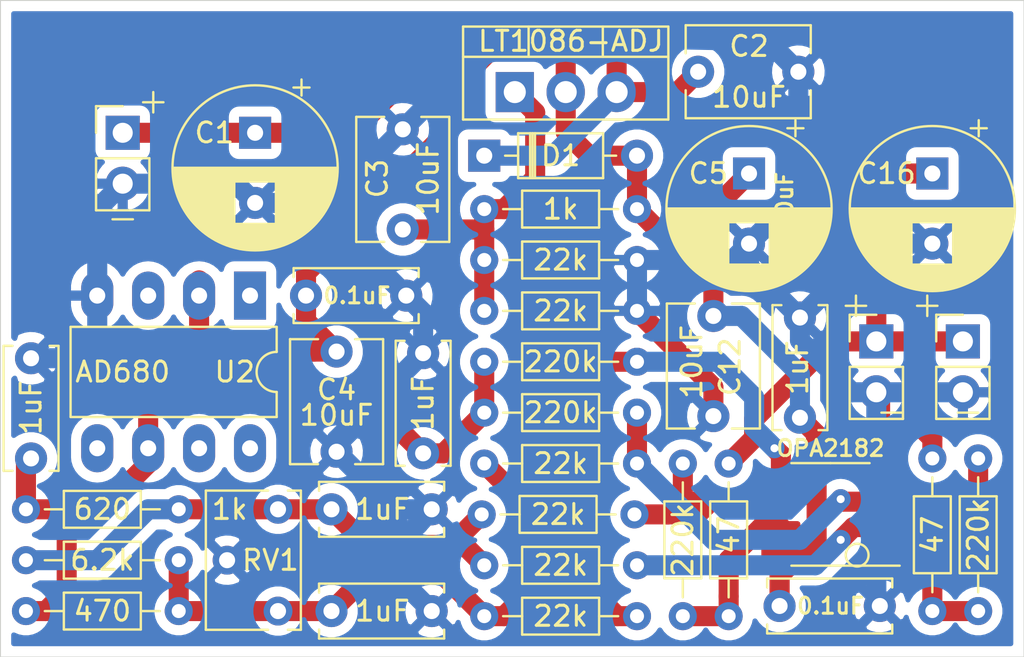
<source format=kicad_pcb>
(kicad_pcb (version 20171130) (host pcbnew "(5.1.5)-3")
  (layers (0 F.Cu signal) (31 B.Cu signal) (34 B.Paste user) (35 F.Paste user) (36 B.SilkS user) (37 F.SilkS user) (38 B.Mask user) (39 F.Mask user) (44 Edge.Cuts user))
  (net 0 "")
  (net 1 Earth)
  (net 2 /Vin)
  (net 3 /Lin_FB)
  (net 4 +15V)
  (net 5 /2V5)
  (net 6 /Vdiff-)
  (net 7 /Vdiff+)
  (net 8 /Vout)
  (net 9 /OpAmpA)
  (net 10 /OpAmpB)
  (net 11 "Net-(U2-Pad1)")
  (net 12 "Net-(U2-Pad5)")
  (net 13 "Net-(U2-Pad3)")
  (net 14 "Net-(U2-Pad7)")
  (net 15 "Net-(U2-Pad8)")
  (net 16 "Net-(R7-Pad1)")
  (net 17 "Net-(R10-Pad1)")
  (net 18 "Net-(R12-Pad1)")
  (net 19 "Net-(R14-Pad1)")
  (module Capacitor_THT:C_Disc_D6.0mm_W2.5mm_P5.00mm (layer F.Cu) (at 166.37 112.268 90)
    (fp_text reference C11 hide)
    (fp_text value 1uF (at 2.5 -0.115001 90) (layer F.SilkS))
    (pad 1 thru_hole circle (at 0 0 90) (size 1.6 1.6) (drill 0.8) (layers *.Cu *.Mask) (net 4 +15V))
    (pad 2 thru_hole circle (at 5 0 90) (size 1.6 1.6) (drill 0.8) (layers *.Cu *.Mask) (net 1 Earth))
  )
  (module Capacitor_THT:C_Disc_D6.0mm_W4.4mm_P5.00mm (layer F.Cu) (at 146.558 102.87 90)
    (fp_text reference C3 (at 2.54 -1.27 90) (layer F.SilkS))
    (fp_text value 10uF (at 2.54 1.27 90) (layer F.SilkS))
    (pad 2 thru_hole circle (at 5 0 90) (size 1.6 1.6) (drill 0.8) (layers *.Cu *.Mask) (net 1 Earth))
    (pad 1 thru_hole circle (at 0 0 90) (size 1.6 1.6) (drill 0.8) (layers *.Cu *.Mask) (net 3 /Lin_FB))
  )
  (module Capacitor_THT:CP_Radial_D8.0mm_P3.50mm (layer F.Cu) (at 139.192 98.044 270)
    (fp_text reference C1 (at 0 2.032) (layer F.SilkS))
    (fp_text value 100uF hide)
    (pad 2 thru_hole circle (at 3.5 0 270) (size 1.6 1.6) (drill 0.8) (layers *.Cu *.Mask) (net 1 Earth))
    (pad 1 thru_hole rect (at 0 0 270) (size 1.6 1.6) (drill 0.8) (layers *.Cu *.Mask) (net 2 /Vin))
  )
  (module Connector_PinHeader_2.54mm:PinHeader_1x02_P2.54mm_Vertical (layer F.Cu) (at 132.588 98.044)
    (fp_text reference J1 hide)
    (fp_text value Conn_M hide)
    (pad 1 thru_hole rect (at 0 0) (size 1.7 1.7) (drill 1) (layers *.Cu *.Mask) (net 2 /Vin))
    (pad 2 thru_hole oval (at 0 2.54) (size 1.7 1.7) (drill 1) (layers *.Cu *.Mask) (net 1 Earth))
  )
  (module Package_SO:SOIC-8_3.9x4.9mm_P1.27mm (layer F.Cu) (at 167.894 117.094 180)
    (fp_text reference U3 hide)
    (fp_text value OPA2182 (at 0 3.302) (layer F.SilkS) (effects (font (size 0.8 0.8))))
    (pad 1 smd roundrect (at -2.475 -1.905 180) (size 1.95 0.6) (layers F.Cu F.Paste F.Mask) (net 9 /OpAmpA))
    (pad 2 smd roundrect (at -2.475 -0.635 180) (size 1.95 0.6) (layers F.Cu F.Paste F.Mask) (net 16 "Net-(R7-Pad1)"))
    (pad 3 smd roundrect (at -2.475 0.635 180) (size 1.95 0.6) (layers F.Cu F.Paste F.Mask) (net 17 "Net-(R10-Pad1)"))
    (pad 4 smd roundrect (at -2.475 1.905 180) (size 1.95 0.6) (layers F.Cu F.Paste F.Mask) (net 1 Earth))
    (pad 5 smd roundrect (at 2.475 1.905 180) (size 1.95 0.6) (layers F.Cu F.Paste F.Mask) (net 19 "Net-(R14-Pad1)"))
    (pad 6 smd roundrect (at 2.475 0.635 180) (size 1.95 0.6) (layers F.Cu F.Paste F.Mask) (net 18 "Net-(R12-Pad1)"))
    (pad 7 smd roundrect (at 2.475 -0.635 180) (size 1.95 0.6) (layers F.Cu F.Paste F.Mask) (net 10 /OpAmpB))
    (pad 8 smd roundrect (at 2.475 -1.905 180) (size 1.95 0.6) (layers F.Cu F.Paste F.Mask) (net 4 +15V))
  )
  (module Resistor_THT:R_Axial_DIN0204_L3.6mm_D1.6mm_P7.62mm_Horizontal (layer F.Cu) (at 160.528 122.174 90)
    (fp_text reference R13 hide)
    (fp_text value 220k (at 3.81 0 90) (layer F.SilkS))
    (pad 2 thru_hole oval (at 7.62 0 90) (size 1.4 1.4) (drill 0.7) (layers *.Cu *.Mask) (net 18 "Net-(R12-Pad1)"))
    (pad 1 thru_hole circle (at 0 0 90) (size 1.4 1.4) (drill 0.7) (layers *.Cu *.Mask) (net 10 /OpAmpB))
  )
  (module Capacitor_THT:C_Disc_D6.0mm_W4.4mm_P5.00mm (layer F.Cu) (at 161.29 94.996)
    (fp_text reference C2 (at 2.54 -1.27) (layer F.SilkS))
    (fp_text value 10uF (at 2.54 1.27) (layer F.SilkS))
    (pad 2 thru_hole circle (at 5 0) (size 1.6 1.6) (drill 0.8) (layers *.Cu *.Mask) (net 1 Earth))
    (pad 1 thru_hole circle (at 0 0) (size 1.6 1.6) (drill 0.8) (layers *.Cu *.Mask) (net 2 /Vin))
  )
  (module Capacitor_THT:C_Disc_D6.0mm_W4.4mm_P5.00mm (layer F.Cu) (at 143.256 108.966 270)
    (fp_text reference C4 (at 1.905 0 180) (layer F.SilkS))
    (fp_text value 10uF (at 3.175 0 180) (layer F.SilkS))
    (pad 1 thru_hole circle (at 0 0 270) (size 1.6 1.6) (drill 0.8) (layers *.Cu *.Mask) (net 4 +15V))
    (pad 2 thru_hole circle (at 5 0 270) (size 1.6 1.6) (drill 0.8) (layers *.Cu *.Mask) (net 1 Earth))
  )
  (module Capacitor_THT:CP_Radial_D8.0mm_P3.50mm (layer F.Cu) (at 163.83 100.076 270)
    (fp_text reference C5 (at 0 2.032 180) (layer F.SilkS))
    (fp_text value 100uF (at 1.778 -1.778 90) (layer F.SilkS) (effects (font (size 0.8 0.8))))
    (pad 1 thru_hole rect (at 0 0 270) (size 1.6 1.6) (drill 0.8) (layers *.Cu *.Mask) (net 4 +15V))
    (pad 2 thru_hole circle (at 3.5 0 270) (size 1.6 1.6) (drill 0.8) (layers *.Cu *.Mask) (net 1 Earth))
  )
  (module Capacitor_THT:C_Disc_D6.0mm_W2.5mm_P5.00mm (layer F.Cu) (at 128.016 114.3 90)
    (fp_text reference C7 hide)
    (fp_text value 1uF (at 2.54 0 90) (layer F.SilkS))
    (pad 2 thru_hole circle (at 5 0 90) (size 1.6 1.6) (drill 0.8) (layers *.Cu *.Mask) (net 1 Earth))
    (pad 1 thru_hole circle (at 0 0 90) (size 1.6 1.6) (drill 0.8) (layers *.Cu *.Mask) (net 5 /2V5))
  )
  (module Capacitor_THT:C_Disc_D6.0mm_W2.5mm_P5.00mm (layer F.Cu) (at 143.002 116.84)
    (fp_text reference C8 hide)
    (fp_text value 1uF (at 2.54 0) (layer F.SilkS))
    (pad 1 thru_hole circle (at 0 0) (size 1.6 1.6) (drill 0.8) (layers *.Cu *.Mask) (net 6 /Vdiff-))
    (pad 2 thru_hole circle (at 5 0) (size 1.6 1.6) (drill 0.8) (layers *.Cu *.Mask) (net 1 Earth))
  )
  (module Capacitor_THT:C_Disc_D6.0mm_W2.5mm_P5.00mm (layer F.Cu) (at 143.002 121.92)
    (fp_text reference C9 hide)
    (fp_text value 1uF (at 2.54 0) (layer F.SilkS))
    (pad 2 thru_hole circle (at 5 0) (size 1.6 1.6) (drill 0.8) (layers *.Cu *.Mask) (net 1 Earth))
    (pad 1 thru_hole circle (at 0 0) (size 1.6 1.6) (drill 0.8) (layers *.Cu *.Mask) (net 7 /Vdiff+))
  )
  (module Capacitor_THT:C_Disc_D6.0mm_W4.4mm_P5.00mm (layer F.Cu) (at 162.052 107.188 270)
    (fp_text reference C12 (at 2.54 -0.830001 90) (layer F.SilkS))
    (fp_text value 10uF (at 2.286 1.074999 90) (layer F.SilkS))
    (pad 1 thru_hole circle (at 0 0 270) (size 1.6 1.6) (drill 0.8) (layers *.Cu *.Mask) (net 4 +15V))
    (pad 2 thru_hole circle (at 5 0 270) (size 1.6 1.6) (drill 0.8) (layers *.Cu *.Mask) (net 1 Earth))
  )
  (module Capacitor_THT:CP_Radial_D8.0mm_P3.50mm (layer F.Cu) (at 172.974 100.076 270)
    (fp_text reference C16 (at 0 2.286 180) (layer F.SilkS))
    (fp_text value 100uF hide)
    (pad 1 thru_hole rect (at 0 0 270) (size 1.6 1.6) (drill 0.8) (layers *.Cu *.Mask) (net 8 /Vout))
    (pad 2 thru_hole circle (at 3.5 0 270) (size 1.6 1.6) (drill 0.8) (layers *.Cu *.Mask) (net 1 Earth))
  )
  (module Diode_THT:D_DO-35_SOD27_P7.62mm_Horizontal (layer F.Cu) (at 150.622 99.187)
    (fp_text reference D1 (at 3.81 0) (layer F.SilkS))
    (fp_text value BAY73 hide)
    (pad 1 thru_hole rect (at 0 0) (size 1.6 1.6) (drill 0.8) (layers *.Cu *.Mask) (net 2 /Vin))
    (pad 2 thru_hole oval (at 7.62 0) (size 1.6 1.6) (drill 0.8) (layers *.Cu *.Mask) (net 4 +15V))
  )
  (module Potentiometer_THT:Potentiometer_Bourns_3266W_Vertical (layer F.Cu) (at 140.335 121.92 270)
    (fp_text reference RV1 (at -2.54 0.381 180) (layer F.SilkS))
    (fp_text value 1k (at -5.08 2.413 180) (layer F.SilkS))
    (pad 1 thru_hole circle (at 0 0 270) (size 1.44 1.44) (drill 0.8) (layers *.Cu *.Mask) (net 7 /Vdiff+))
    (pad 2 thru_hole circle (at -2.54 2.54 270) (size 1.44 1.44) (drill 0.8) (layers *.Cu *.Mask) (net 1 Earth))
    (pad 3 thru_hole circle (at -5.08 0 270) (size 1.44 1.44) (drill 0.8) (layers *.Cu *.Mask) (net 6 /Vdiff-))
  )
  (module Package_TO_SOT_THT:TO-220-3_Vertical (layer F.Cu) (at 152.146 96.012)
    (fp_text reference U1 hide)
    (fp_text value LT1086-ADJ (at 2.794 -2.54) (layer F.SilkS))
    (pad 1 thru_hole rect (at 0 0) (size 1.905 2) (drill 1.1) (layers *.Cu *.Mask) (net 3 /Lin_FB))
    (pad 2 thru_hole oval (at 2.54 0) (size 1.905 2) (drill 1.1) (layers *.Cu *.Mask) (net 4 +15V))
    (pad 3 thru_hole oval (at 5.08 0) (size 1.905 2) (drill 1.1) (layers *.Cu *.Mask) (net 2 /Vin))
  )
  (module Package_DIP:DIP-8_W7.62mm_LongPads (layer F.Cu) (at 138.938 106.172 270)
    (fp_text reference U2 (at 3.81 0.762) (layer F.SilkS))
    (fp_text value AD680 (at 3.81 6.35 180) (layer F.SilkS))
    (pad 1 thru_hole rect (at 0 0 270) (size 2.4 1.6) (drill 0.8) (layers *.Cu *.Mask) (net 11 "Net-(U2-Pad1)"))
    (pad 5 thru_hole oval (at 7.62 7.62 270) (size 2.4 1.6) (drill 0.8) (layers *.Cu *.Mask) (net 12 "Net-(U2-Pad5)"))
    (pad 2 thru_hole oval (at 0 2.54 270) (size 2.4 1.6) (drill 0.8) (layers *.Cu *.Mask) (net 4 +15V))
    (pad 6 thru_hole oval (at 7.62 5.08 270) (size 2.4 1.6) (drill 0.8) (layers *.Cu *.Mask) (net 5 /2V5))
    (pad 3 thru_hole oval (at 0 5.08 270) (size 2.4 1.6) (drill 0.8) (layers *.Cu *.Mask) (net 13 "Net-(U2-Pad3)"))
    (pad 7 thru_hole oval (at 7.62 2.54 270) (size 2.4 1.6) (drill 0.8) (layers *.Cu *.Mask) (net 14 "Net-(U2-Pad7)"))
    (pad 4 thru_hole oval (at 0 7.62 270) (size 2.4 1.6) (drill 0.8) (layers *.Cu *.Mask) (net 1 Earth))
    (pad 8 thru_hole oval (at 7.62 0 270) (size 2.4 1.6) (drill 0.8) (layers *.Cu *.Mask) (net 15 "Net-(U2-Pad8)"))
  )
  (module Connector_PinHeader_2.54mm:PinHeader_1x02_P2.54mm_Vertical (layer F.Cu) (at 170.18 108.458)
    (fp_text reference J2 hide)
    (fp_text value Conn_M hide)
    (pad 1 thru_hole rect (at 0 0) (size 1.7 1.7) (drill 1) (layers *.Cu *.Mask) (net 8 /Vout))
    (pad 2 thru_hole oval (at 0 2.54) (size 1.7 1.7) (drill 1) (layers *.Cu *.Mask) (net 1 Earth))
  )
  (module Capacitor_THT:C_Disc_D6.0mm_W2.5mm_P5.00mm (layer F.Cu) (at 147.574 114.046 90)
    (fp_text reference C13 hide)
    (fp_text value 1uF (at 2.5 0 90) (layer F.SilkS))
    (pad 1 thru_hole circle (at 0 0 90) (size 1.6 1.6) (drill 0.8) (layers *.Cu *.Mask) (net 5 /2V5))
    (pad 2 thru_hole circle (at 5 0 90) (size 1.6 1.6) (drill 0.8) (layers *.Cu *.Mask) (net 1 Earth))
  )
  (module Connector_PinHeader_2.54mm:PinHeader_1x02_P2.54mm_Vertical (layer F.Cu) (at 174.498 108.458)
    (fp_text reference J3 hide)
    (fp_text value Conn_M hide)
    (pad 1 thru_hole rect (at 0 0) (size 1.7 1.7) (drill 1) (layers *.Cu *.Mask) (net 8 /Vout))
    (pad 2 thru_hole oval (at 0 2.54) (size 1.7 1.7) (drill 1) (layers *.Cu *.Mask) (net 1 Earth))
  )
  (module Capacitor_THT:C_Disc_D6.0mm_W2.5mm_P5.00mm (layer F.Cu) (at 141.732 106.172)
    (fp_text reference C6 hide)
    (fp_text value 0.1uF (at 2.54 0) (layer F.SilkS) (effects (font (size 0.8 0.8))))
    (pad 2 thru_hole circle (at 5 0) (size 1.6 1.6) (drill 0.8) (layers *.Cu *.Mask) (net 1 Earth))
    (pad 1 thru_hole circle (at 0 0) (size 1.6 1.6) (drill 0.8) (layers *.Cu *.Mask) (net 4 +15V))
  )
  (module Capacitor_THT:C_Disc_D6.0mm_W2.5mm_P5.00mm (layer F.Cu) (at 165.354 121.666)
    (fp_text reference C10 hide)
    (fp_text value 0.1uF (at 2.54 0) (layer F.SilkS) (effects (font (size 0.8 0.8))))
    (pad 1 thru_hole circle (at 0 0) (size 1.6 1.6) (drill 0.8) (layers *.Cu *.Mask) (net 4 +15V))
    (pad 2 thru_hole circle (at 5 0) (size 1.6 1.6) (drill 0.8) (layers *.Cu *.Mask) (net 1 Earth))
  )
  (module Resistor_THT:R_Axial_DIN0204_L3.6mm_D1.6mm_P7.62mm_Horizontal (layer F.Cu) (at 158.242 101.854 180)
    (fp_text reference R1 hide)
    (fp_text value 1k (at 3.81 0) (layer F.SilkS))
    (pad 2 thru_hole oval (at 7.62 0 180) (size 1.4 1.4) (drill 0.7) (layers *.Cu *.Mask) (net 3 /Lin_FB))
    (pad 1 thru_hole circle (at 0 0 180) (size 1.4 1.4) (drill 0.7) (layers *.Cu *.Mask) (net 4 +15V))
  )
  (module Resistor_THT:R_Axial_DIN0204_L3.6mm_D1.6mm_P7.62mm_Horizontal (layer F.Cu) (at 150.622 104.394)
    (fp_text reference R2 hide)
    (fp_text value 22k (at 3.81 0) (layer F.SilkS))
    (pad 2 thru_hole oval (at 7.62 0) (size 1.4 1.4) (drill 0.7) (layers *.Cu *.Mask) (net 1 Earth))
    (pad 1 thru_hole circle (at 0 0) (size 1.4 1.4) (drill 0.7) (layers *.Cu *.Mask) (net 3 /Lin_FB))
  )
  (module Resistor_THT:R_Axial_DIN0204_L3.6mm_D1.6mm_P7.62mm_Horizontal (layer F.Cu) (at 150.622 106.934)
    (fp_text reference R3 hide)
    (fp_text value 22k (at 3.81 0) (layer F.SilkS))
    (pad 1 thru_hole circle (at 0 0) (size 1.4 1.4) (drill 0.7) (layers *.Cu *.Mask) (net 3 /Lin_FB))
    (pad 2 thru_hole oval (at 7.62 0) (size 1.4 1.4) (drill 0.7) (layers *.Cu *.Mask) (net 1 Earth))
  )
  (module Resistor_THT:R_Axial_DIN0204_L3.6mm_D1.6mm_P7.62mm_Horizontal (layer F.Cu) (at 127.762 116.84)
    (fp_text reference R4 hide)
    (fp_text value 6.2k (at 3.81 2.54) (layer F.SilkS))
    (pad 1 thru_hole circle (at 0 0) (size 1.4 1.4) (drill 0.7) (layers *.Cu *.Mask) (net 5 /2V5))
    (pad 2 thru_hole oval (at 7.62 0) (size 1.4 1.4) (drill 0.7) (layers *.Cu *.Mask) (net 6 /Vdiff-))
  )
  (module Resistor_THT:R_Axial_DIN0204_L3.6mm_D1.6mm_P7.62mm_Horizontal (layer F.Cu) (at 127.762 121.92)
    (fp_text reference R5 hide)
    (fp_text value 470 (at 3.81 0) (layer F.SilkS))
    (pad 2 thru_hole oval (at 7.62 0) (size 1.4 1.4) (drill 0.7) (layers *.Cu *.Mask) (net 7 /Vdiff+))
    (pad 1 thru_hole circle (at 0 0) (size 1.4 1.4) (drill 0.7) (layers *.Cu *.Mask) (net 5 /2V5))
  )
  (module Resistor_THT:R_Axial_DIN0204_L3.6mm_D1.6mm_P7.62mm_Horizontal (layer F.Cu) (at 135.382 119.38 180)
    (fp_text reference R6 hide)
    (fp_text value 620 (at 3.81 2.54) (layer F.SilkS))
    (pad 1 thru_hole circle (at 0 0 180) (size 1.4 1.4) (drill 0.7) (layers *.Cu *.Mask) (net 7 /Vdiff+))
    (pad 2 thru_hole oval (at 7.62 0 180) (size 1.4 1.4) (drill 0.7) (layers *.Cu *.Mask) (net 6 /Vdiff-))
  )
  (module Resistor_THT:R_Axial_DIN0204_L3.6mm_D1.6mm_P7.62mm_Horizontal (layer F.Cu) (at 158.242 119.634 180)
    (fp_text reference R7 hide)
    (fp_text value 22k (at 3.81 0) (layer F.SilkS))
    (pad 1 thru_hole circle (at 0 0 180) (size 1.4 1.4) (drill 0.7) (layers *.Cu *.Mask) (net 16 "Net-(R7-Pad1)"))
    (pad 2 thru_hole oval (at 7.62 0 180) (size 1.4 1.4) (drill 0.7) (layers *.Cu *.Mask) (net 6 /Vdiff-))
  )
  (module Resistor_THT:R_Axial_DIN0204_L3.6mm_D1.6mm_P7.62mm_Horizontal (layer F.Cu) (at 175.26 121.92 90)
    (fp_text reference R8 hide)
    (fp_text value 220k (at 3.81 0 90) (layer F.SilkS))
    (pad 2 thru_hole oval (at 7.62 0 90) (size 1.4 1.4) (drill 0.7) (layers *.Cu *.Mask) (net 16 "Net-(R7-Pad1)"))
    (pad 1 thru_hole circle (at 0 0 90) (size 1.4 1.4) (drill 0.7) (layers *.Cu *.Mask) (net 9 /OpAmpA))
  )
  (module Resistor_THT:R_Axial_DIN0204_L3.6mm_D1.6mm_P7.62mm_Horizontal (layer F.Cu) (at 158.242 114.554 180)
    (fp_text reference R9 hide)
    (fp_text value 22k (at 3.81 0) (layer F.SilkS))
    (pad 2 thru_hole oval (at 7.62 0 180) (size 1.4 1.4) (drill 0.7) (layers *.Cu *.Mask) (net 7 /Vdiff+))
    (pad 1 thru_hole circle (at 0 0 180) (size 1.4 1.4) (drill 0.7) (layers *.Cu *.Mask) (net 17 "Net-(R10-Pad1)"))
  )
  (module Resistor_THT:R_Axial_DIN0204_L3.6mm_D1.6mm_P7.62mm_Horizontal (layer F.Cu) (at 158.242 112.014 180)
    (fp_text reference R10 hide)
    (fp_text value 220k (at 3.81 0) (layer F.SilkS))
    (pad 1 thru_hole circle (at 0 0 180) (size 1.4 1.4) (drill 0.7) (layers *.Cu *.Mask) (net 17 "Net-(R10-Pad1)"))
    (pad 2 thru_hole oval (at 7.62 0 180) (size 1.4 1.4) (drill 0.7) (layers *.Cu *.Mask) (net 5 /2V5))
  )
  (module Resistor_THT:R_Axial_DIN0204_L3.6mm_D1.6mm_P7.62mm_Horizontal (layer F.Cu) (at 172.974 114.3 270)
    (fp_text reference R11 hide)
    (fp_text value 47 (at 3.81 0 90) (layer F.SilkS))
    (pad 2 thru_hole oval (at 7.62 0 270) (size 1.4 1.4) (drill 0.7) (layers *.Cu *.Mask) (net 9 /OpAmpA))
    (pad 1 thru_hole circle (at 0 0 270) (size 1.4 1.4) (drill 0.7) (layers *.Cu *.Mask) (net 8 /Vout))
  )
  (module Resistor_THT:R_Axial_DIN0204_L3.6mm_D1.6mm_P7.62mm_Horizontal (layer F.Cu) (at 158.115 117.094 180)
    (fp_text reference R12 hide)
    (fp_text value 22k (at 3.81 0) (layer F.SilkS))
    (pad 1 thru_hole circle (at 0 0 180) (size 1.4 1.4) (drill 0.7) (layers *.Cu *.Mask) (net 18 "Net-(R12-Pad1)"))
    (pad 2 thru_hole oval (at 7.62 0 180) (size 1.4 1.4) (drill 0.7) (layers *.Cu *.Mask) (net 6 /Vdiff-))
  )
  (module Resistor_THT:R_Axial_DIN0204_L3.6mm_D1.6mm_P7.62mm_Horizontal (layer F.Cu) (at 158.242 122.174 180)
    (fp_text reference R14 hide)
    (fp_text value 22k (at 3.81 0) (layer F.SilkS))
    (pad 1 thru_hole circle (at 0 0 180) (size 1.4 1.4) (drill 0.7) (layers *.Cu *.Mask) (net 19 "Net-(R14-Pad1)"))
    (pad 2 thru_hole oval (at 7.62 0 180) (size 1.4 1.4) (drill 0.7) (layers *.Cu *.Mask) (net 7 /Vdiff+))
  )
  (module Resistor_THT:R_Axial_DIN0204_L3.6mm_D1.6mm_P7.62mm_Horizontal (layer F.Cu) (at 158.242 109.474 180)
    (fp_text reference R15 hide)
    (fp_text value 220k (at 3.81 0) (layer F.SilkS))
    (pad 2 thru_hole oval (at 7.62 0 180) (size 1.4 1.4) (drill 0.7) (layers *.Cu *.Mask) (net 5 /2V5))
    (pad 1 thru_hole circle (at 0 0 180) (size 1.4 1.4) (drill 0.7) (layers *.Cu *.Mask) (net 19 "Net-(R14-Pad1)"))
  )
  (module Resistor_THT:R_Axial_DIN0204_L3.6mm_D1.6mm_P7.62mm_Horizontal (layer F.Cu) (at 162.814 114.554 270)
    (fp_text reference R16 hide)
    (fp_text value 47 (at 3.556 0 90) (layer F.SilkS))
    (pad 1 thru_hole circle (at 0 0 270) (size 1.4 1.4) (drill 0.7) (layers *.Cu *.Mask) (net 8 /Vout))
    (pad 2 thru_hole oval (at 7.62 0 270) (size 1.4 1.4) (drill 0.7) (layers *.Cu *.Mask) (net 10 /OpAmpB))
  )
  (gr_line (start 177.546 124.206) (end 177.546 123.19) (layer Edge.Cuts) (width 0.05))
  (gr_line (start 126.492 124.206) (end 177.546 124.206) (layer Edge.Cuts) (width 0.05))
  (gr_line (start 126.492 123.19) (end 126.492 124.206) (layer Edge.Cuts) (width 0.05))
  (gr_line (start 177.546 91.44) (end 177.546 123.19) (layer Edge.Cuts) (width 0.05))
  (gr_line (start 126.492 91.44) (end 177.546 91.44) (layer Edge.Cuts) (width 0.05))
  (gr_line (start 126.492 95.504) (end 126.492 91.44) (layer Edge.Cuts) (width 0.05))
  (gr_line (start 126.492 123.19) (end 126.492 95.504) (layer Edge.Cuts) (width 0.05))
  (gr_line (start 132.08 102.362) (end 133.096 102.362) (layer F.SilkS) (width 0.12))
  (gr_line (start 134.112 96.012) (end 134.112 97.028) (layer F.SilkS) (width 0.12))
  (gr_line (start 133.604 96.52) (end 134.62 96.52) (layer F.SilkS) (width 0.12))
  (gr_circle (center 169.223961 119.126) (end 169.477961 119.634) (layer F.SilkS) (width 0.12))
  (gr_line (start 171.45 112.014) (end 170.434 112.014) (layer F.SilkS) (width 0.12))
  (gr_line (start 175.26 112.014) (end 174.244 112.014) (layer F.SilkS) (width 0.12))
  (gr_line (start 168.656 106.68) (end 169.672 106.68) (layer F.SilkS) (width 0.12))
  (gr_line (start 169.164 106.172) (end 169.164 107.188) (layer F.SilkS) (width 0.12))
  (gr_line (start 172.212 106.68) (end 173.228 106.68) (layer F.SilkS) (width 0.12))
  (gr_line (start 172.72 106.172) (end 172.72 107.188) (layer F.SilkS) (width 0.12))
  (segment (start 131.318 106.172) (end 131.318 105.49) (width 1) (layer B.Cu) (net 1))
  (segment (start 145.462 119.38) (end 148.002 121.92) (width 1) (layer B.Cu) (net 1))
  (segment (start 137.795 119.38) (end 145.462 119.38) (width 1) (layer B.Cu) (net 1))
  (segment (start 130.39 109.3) (end 131.318 108.372) (width 1) (layer B.Cu) (net 1))
  (segment (start 129.366 109.3) (end 130.39 109.3) (width 1) (layer B.Cu) (net 1))
  (segment (start 128.016 109.3) (end 129.366 109.3) (width 1) (layer B.Cu) (net 1))
  (segment (start 131.318 108.372) (end 131.318 106.172) (width 1) (layer B.Cu) (net 1))
  (segment (start 147.32 117.014) (end 147.32 117.602) (width 1) (layer B.Cu) (net 1))
  (segment (start 145.462 119.38) (end 147.32 117.602) (width 1) (layer B.Cu) (net 1))
  (segment (start 147.32 117.602) (end 148.002 116.84) (width 1) (layer B.Cu) (net 1))
  (segment (start 139.192 101.544) (end 140.32337 101.544) (width 1) (layer B.Cu) (net 1))
  (segment (start 132.588 100.584) (end 138.232 100.584) (width 1) (layer B.Cu) (net 1))
  (segment (start 138.232 100.584) (end 139.192 101.544) (width 1) (layer B.Cu) (net 1))
  (segment (start 142.884 101.544) (end 146.558 97.87) (width 1) (layer B.Cu) (net 1))
  (segment (start 139.192 101.544) (end 142.884 101.544) (width 1) (layer B.Cu) (net 1))
  (segment (start 164.766 93.472) (end 166.29 94.996) (width 1) (layer B.Cu) (net 1))
  (segment (start 152.654 93.218) (end 164.766 93.472) (width 1) (layer B.Cu) (net 1))
  (segment (start 151.21 93.218) (end 152.654 93.218) (width 1) (layer B.Cu) (net 1))
  (segment (start 146.558 97.87) (end 151.21 93.218) (width 1) (layer B.Cu) (net 1))
  (segment (start 170.369 111.187) (end 170.18 110.998) (width 1) (layer F.Cu) (net 1))
  (segment (start 170.369 115.189) (end 170.369 111.187) (width 1) (layer F.Cu) (net 1))
  (segment (start 170.18 110.998) (end 174.498 110.998) (width 1) (layer B.Cu) (net 1))
  (segment (start 170.18 121.492) (end 170.354 121.666) (width 1) (layer B.Cu) (net 1))
  (segment (start 170.18 110.998) (end 170.18 121.492) (width 1) (layer B.Cu) (net 1))
  (segment (start 143.256 113.364) (end 147.574 109.046) (width 1) (layer B.Cu) (net 1))
  (segment (start 143.256 113.966) (end 143.256 113.364) (width 1) (layer B.Cu) (net 1))
  (segment (start 147.574 107.014) (end 146.732 106.172) (width 1) (layer B.Cu) (net 1))
  (segment (start 147.574 109.046) (end 147.574 107.014) (width 1) (layer B.Cu) (net 1))
  (segment (start 142.104 101.544) (end 139.192 101.544) (width 1) (layer B.Cu) (net 1))
  (segment (start 146.732 106.172) (end 142.104 101.544) (width 1) (layer B.Cu) (net 1))
  (segment (start 158.242 104.394) (end 158.242 106.934) (width 1) (layer B.Cu) (net 1))
  (segment (start 163.83 104.728) (end 166.37 107.268) (width 1) (layer B.Cu) (net 1))
  (segment (start 163.83 103.576) (end 163.83 104.728) (width 1) (layer B.Cu) (net 1))
  (segment (start 170.062 103.576) (end 166.37 107.268) (width 1) (layer B.Cu) (net 1))
  (segment (start 172.974 103.576) (end 170.062 103.576) (width 1) (layer B.Cu) (net 1))
  (segment (start 163.012 104.394) (end 163.83 103.576) (width 1) (layer B.Cu) (net 1))
  (segment (start 158.242 104.394) (end 163.012 104.394) (width 1) (layer B.Cu) (net 1))
  (segment (start 166.29 101.116) (end 163.83 103.576) (width 1) (layer B.Cu) (net 1))
  (segment (start 166.29 94.996) (end 166.29 101.116) (width 1) (layer B.Cu) (net 1))
  (segment (start 146.13 116.84) (end 143.256 113.966) (width 1) (layer B.Cu) (net 1))
  (segment (start 148.002 116.84) (end 146.13 116.84) (width 1) (layer B.Cu) (net 1))
  (segment (start 131.318 101.854) (end 132.588 100.584) (width 1) (layer B.Cu) (net 1))
  (segment (start 131.318 106.172) (end 131.318 101.854) (width 1) (layer B.Cu) (net 1))
  (segment (start 162.052 110.744) (end 158.242 106.934) (width 1) (layer F.Cu) (net 1))
  (segment (start 162.052 112.188) (end 162.052 110.744) (width 1) (layer F.Cu) (net 1))
  (segment (start 168.977919 110.998) (end 170.18 110.998) (width 1) (layer B.Cu) (net 1))
  (segment (start 166.37 108.39937) (end 168.96863 110.998) (width 1) (layer B.Cu) (net 1))
  (segment (start 168.96863 110.998) (end 168.977919 110.998) (width 1) (layer B.Cu) (net 1))
  (segment (start 166.37 107.268) (end 166.37 108.39937) (width 1) (layer B.Cu) (net 1))
  (segment (start 139.192 98.044) (end 132.588 98.044) (width 1) (layer F.Cu) (net 2))
  (segment (start 160.274 96.012) (end 161.29 94.996) (width 1) (layer F.Cu) (net 2))
  (segment (start 157.226 96.012) (end 160.274 96.012) (width 1) (layer F.Cu) (net 2))
  (segment (start 155.99399 92.77999) (end 149.28201 92.77999) (width 1) (layer F.Cu) (net 2))
  (segment (start 157.226 96.012) (end 157.226 94.012) (width 1) (layer F.Cu) (net 2))
  (segment (start 157.226 94.012) (end 155.99399 92.77999) (width 1) (layer F.Cu) (net 2))
  (segment (start 144.018 98.044) (end 139.192 98.044) (width 1) (layer F.Cu) (net 2))
  (segment (start 149.28201 92.77999) (end 144.018 98.044) (width 1) (layer F.Cu) (net 2))
  (segment (start 154.051 99.187) (end 157.226 96.012) (width 1) (layer B.Cu) (net 2))
  (segment (start 150.622 99.187) (end 154.051 99.187) (width 1) (layer B.Cu) (net 2))
  (segment (start 153.162 97.028) (end 152.146 96.012) (width 1) (layer F.Cu) (net 3))
  (segment (start 153.162 100.303949) (end 153.162 97.028) (width 1) (layer F.Cu) (net 3))
  (segment (start 150.622 101.854) (end 151.611949 101.854) (width 1) (layer F.Cu) (net 3))
  (segment (start 151.611949 101.854) (end 153.162 100.303949) (width 1) (layer F.Cu) (net 3))
  (segment (start 150.622 104.394) (end 150.622 106.934) (width 1) (layer F.Cu) (net 3))
  (segment (start 146.558 102.87) (end 150.622 102.87) (width 1) (layer F.Cu) (net 3))
  (segment (start 150.622 101.854) (end 150.622 102.87) (width 1) (layer F.Cu) (net 3))
  (segment (start 150.622 102.87) (end 150.622 104.394) (width 1) (layer F.Cu) (net 3))
  (segment (start 136.398 106.172) (end 136.398 105.41) (width 1) (layer F.Cu) (net 4))
  (segment (start 154.686 96.012) (end 154.686 98.012) (width 1) (layer F.Cu) (net 4))
  (segment (start 155.861 99.187) (end 154.686 98.012) (width 1) (layer F.Cu) (net 4))
  (segment (start 158.242 99.187) (end 155.861 99.187) (width 1) (layer F.Cu) (net 4))
  (segment (start 158.242 101.854) (end 158.242 99.187) (width 1) (layer F.Cu) (net 4))
  (segment (start 165.354 119.064) (end 165.419 118.999) (width 1) (layer F.Cu) (net 4))
  (segment (start 165.354 121.666) (end 165.354 119.888) (width 1) (layer F.Cu) (net 4))
  (segment (start 165.354 119.888) (end 165.354 119.064) (width 1) (layer F.Cu) (net 4))
  (segment (start 165.354 121.666) (end 165.354 120.142) (width 1) (layer F.Cu) (net 4))
  (segment (start 167.201991 118.294009) (end 167.201991 114.115991) (width 1) (layer F.Cu) (net 4))
  (segment (start 165.354 120.142) (end 167.201991 118.294009) (width 1) (layer F.Cu) (net 4))
  (segment (start 141.732 107.442) (end 143.256 108.966) (width 1) (layer F.Cu) (net 4))
  (segment (start 141.732 106.172) (end 141.732 107.442) (width 1) (layer F.Cu) (net 4))
  (segment (start 142.12463 108.966) (end 143.256 108.966) (width 1) (layer F.Cu) (net 4))
  (segment (start 136.398 108.372) (end 136.992 108.966) (width 1) (layer F.Cu) (net 4))
  (segment (start 136.398 106.172) (end 136.398 108.372) (width 1) (layer F.Cu) (net 4))
  (segment (start 141.732 106.172) (end 141.732 108.204) (width 1) (layer F.Cu) (net 4))
  (segment (start 141.732 108.204) (end 140.97 108.966) (width 1) (layer F.Cu) (net 4))
  (segment (start 136.992 108.966) (end 140.97 108.966) (width 1) (layer F.Cu) (net 4))
  (segment (start 140.97 108.966) (end 142.12463 108.966) (width 1) (layer F.Cu) (net 4))
  (segment (start 162.052 107.188) (end 162.052 105.664) (width 1) (layer F.Cu) (net 4))
  (segment (start 167.169999 114.083999) (end 167.201991 114.115991) (width 1) (layer F.Cu) (net 4))
  (segment (start 167.169999 113.067999) (end 167.169999 114.083999) (width 1) (layer F.Cu) (net 4))
  (segment (start 166.37 112.268) (end 167.169999 113.067999) (width 1) (layer F.Cu) (net 4))
  (segment (start 160.274 103.632) (end 160.274 103.886) (width 1) (layer F.Cu) (net 4))
  (segment (start 163.83 100.076) (end 160.274 103.632) (width 1) (layer F.Cu) (net 4))
  (segment (start 160.274 103.886) (end 158.242 101.854) (width 1) (layer F.Cu) (net 4))
  (segment (start 161.544 105.156) (end 160.274 103.886) (width 1) (layer F.Cu) (net 4))
  (segment (start 162.052 105.664) (end 161.544 105.156) (width 1) (layer F.Cu) (net 4))
  (segment (start 154.686 96.012) (end 154.686 94.012) (width 1) (layer F.Cu) (net 4))
  (segment (start 154.654 93.98) (end 150.876 93.98) (width 1) (layer F.Cu) (net 4))
  (segment (start 154.686 94.012) (end 154.654 93.98) (width 1) (layer F.Cu) (net 4))
  (segment (start 150.876 93.98) (end 150.114 94.742) (width 1) (layer F.Cu) (net 4))
  (segment (start 150.114 96.65863) (end 150.114 94.742) (width 1) (layer F.Cu) (net 4))
  (segment (start 141.732 105.04063) (end 150.114 96.65863) (width 1) (layer F.Cu) (net 4))
  (segment (start 141.732 106.172) (end 141.732 105.04063) (width 1) (layer F.Cu) (net 4))
  (segment (start 162.052 107.188) (end 163.46156 107.188) (width 1) (layer B.Cu) (net 4))
  (segment (start 166.37 110.09644) (end 166.37 112.268) (width 1) (layer B.Cu) (net 4))
  (segment (start 163.46156 107.188) (end 166.37 110.09644) (width 1) (layer B.Cu) (net 4))
  (segment (start 135.763 111.252) (end 143.383 111.252) (width 1) (layer F.Cu) (net 5))
  (segment (start 134.198 111.252) (end 135.763 111.252) (width 1) (layer F.Cu) (net 5))
  (segment (start 133.858 113.792) (end 133.858 111.592) (width 1) (layer F.Cu) (net 5))
  (segment (start 133.858 111.592) (end 134.198 111.252) (width 1) (layer F.Cu) (net 5))
  (segment (start 127.762 114.554) (end 128.016 114.3) (width 1) (layer F.Cu) (net 5))
  (segment (start 127.762 116.84) (end 127.762 114.554) (width 1) (layer F.Cu) (net 5))
  (segment (start 133.858 113.792) (end 133.858 114.554) (width 1) (layer F.Cu) (net 5))
  (segment (start 133.858 114.554) (end 131.572 116.84) (width 1) (layer F.Cu) (net 5))
  (segment (start 128.751949 121.92) (end 129.794 120.877949) (width 1) (layer F.Cu) (net 5))
  (segment (start 127.762 121.92) (end 128.751949 121.92) (width 1) (layer F.Cu) (net 5))
  (segment (start 129.794 117.094) (end 130.048 116.84) (width 1) (layer F.Cu) (net 5))
  (segment (start 131.572 116.84) (end 130.048 116.84) (width 1) (layer F.Cu) (net 5))
  (segment (start 129.794 120.877949) (end 129.794 117.094) (width 1) (layer F.Cu) (net 5))
  (segment (start 130.048 116.84) (end 127.762 116.84) (width 1) (layer F.Cu) (net 5))
  (segment (start 150.622 109.474) (end 150.622 112.014) (width 1) (layer F.Cu) (net 5))
  (segment (start 147.574 114.046) (end 146.774001 113.246001) (width 1) (layer F.Cu) (net 5))
  (segment (start 146.774001 113.246001) (end 144.78 111.252) (width 1) (layer F.Cu) (net 5))
  (segment (start 144.78 111.252) (end 143.383 111.252) (width 1) (layer F.Cu) (net 5))
  (segment (start 148.59 114.046) (end 150.622 112.014) (width 1) (layer F.Cu) (net 5))
  (segment (start 147.574 114.046) (end 148.59 114.046) (width 1) (layer F.Cu) (net 5))
  (segment (start 135.382 116.84) (end 140.335 116.84) (width 1) (layer F.Cu) (net 6))
  (segment (start 140.335 116.84) (end 143.002 116.84) (width 1) (layer F.Cu) (net 6))
  (segment (start 127.762 119.38) (end 131.318 119.38) (width 1) (layer B.Cu) (net 6))
  (segment (start 133.858 116.84) (end 135.382 116.84) (width 1) (layer B.Cu) (net 6))
  (segment (start 131.318 119.38) (end 133.858 116.84) (width 1) (layer B.Cu) (net 6))
  (segment (start 149.606 118.618) (end 150.622 119.634) (width 1) (layer F.Cu) (net 6))
  (segment (start 143.002 116.84) (end 144.78 118.618) (width 1) (layer F.Cu) (net 6))
  (segment (start 148.971 118.618) (end 150.495 117.094) (width 1) (layer F.Cu) (net 6))
  (segment (start 148.336 118.618) (end 148.971 118.618) (width 1) (layer F.Cu) (net 6))
  (segment (start 148.336 118.618) (end 149.606 118.618) (width 1) (layer F.Cu) (net 6))
  (segment (start 144.78 118.618) (end 148.336 118.618) (width 1) (layer F.Cu) (net 6))
  (segment (start 135.382 119.38) (end 135.382 121.92) (width 1) (layer F.Cu) (net 7))
  (segment (start 135.382 121.92) (end 140.335 121.92) (width 1) (layer F.Cu) (net 7))
  (segment (start 143.002 121.92) (end 140.335 121.92) (width 1) (layer F.Cu) (net 7))
  (segment (start 151.611949 122.174) (end 152.654 121.131949) (width 1) (layer F.Cu) (net 7))
  (segment (start 150.622 122.174) (end 151.611949 122.174) (width 1) (layer F.Cu) (net 7))
  (segment (start 152.654 116.586) (end 150.622 114.554) (width 1) (layer F.Cu) (net 7))
  (segment (start 152.654 121.131949) (end 152.654 116.586) (width 1) (layer F.Cu) (net 7))
  (segment (start 143.002 121.92) (end 143.801999 121.120001) (width 1) (layer F.Cu) (net 7))
  (segment (start 143.801999 121.120001) (end 145.034 119.888) (width 1) (layer F.Cu) (net 7))
  (segment (start 148.336 119.888) (end 145.034 119.888) (width 1) (layer F.Cu) (net 7))
  (segment (start 150.622 122.174) (end 148.336 119.888) (width 1) (layer F.Cu) (net 7))
  (segment (start 172.466 112.802051) (end 172.466 108.458) (width 1) (layer F.Cu) (net 8))
  (segment (start 172.974 114.3) (end 172.974 113.310051) (width 1) (layer F.Cu) (net 8))
  (segment (start 172.974 113.310051) (end 172.466 112.802051) (width 1) (layer F.Cu) (net 8))
  (segment (start 174.498 108.458) (end 172.466 108.458) (width 1) (layer F.Cu) (net 8))
  (segment (start 172.466 108.458) (end 170.942 108.458) (width 1) (layer F.Cu) (net 8))
  (segment (start 171.174 100.076) (end 172.974 100.076) (width 1) (layer F.Cu) (net 8))
  (segment (start 170.18 101.07) (end 171.174 100.076) (width 1) (layer F.Cu) (net 8))
  (segment (start 170.18 108.458) (end 170.18 101.07) (width 1) (layer F.Cu) (net 8))
  (segment (start 170.18 108.458) (end 168.33 108.458) (width 1) (layer F.Cu) (net 8))
  (segment (start 162.814 114.554) (end 164.084 113.284) (width 1) (layer F.Cu) (net 8))
  (segment (start 167.959998 108.458) (end 168.33 108.458) (width 1) (layer F.Cu) (net 8))
  (segment (start 164.084 112.333998) (end 167.959998 108.458) (width 1) (layer F.Cu) (net 8))
  (segment (start 164.084 113.284) (end 164.084 112.333998) (width 1) (layer F.Cu) (net 8))
  (segment (start 175.26 121.92) (end 172.974 121.92) (width 1) (layer F.Cu) (net 9))
  (segment (start 170.369 118.999) (end 172.085 118.999) (width 1) (layer F.Cu) (net 9))
  (segment (start 172.974 119.888) (end 172.974 121.92) (width 1) (layer F.Cu) (net 9))
  (segment (start 172.085 118.999) (end 172.974 119.888) (width 1) (layer F.Cu) (net 9))
  (segment (start 160.528 122.174) (end 162.814 122.174) (width 1) (layer F.Cu) (net 10))
  (segment (start 162.814 121.184051) (end 162.814 122.174) (width 1) (layer F.Cu) (net 10))
  (segment (start 162.814 119.359) (end 162.814 121.184051) (width 1) (layer F.Cu) (net 10))
  (segment (start 164.444 117.729) (end 162.814 119.359) (width 1) (layer F.Cu) (net 10))
  (segment (start 165.419 117.729) (end 164.444 117.729) (width 1) (layer F.Cu) (net 10))
  (segment (start 170.369 117.729) (end 173.609 117.729) (width 1) (layer F.Cu) (net 16))
  (segment (start 175.26 116.078) (end 175.26 114.3) (width 1) (layer F.Cu) (net 16))
  (segment (start 173.609 117.729) (end 175.26 116.078) (width 1) (layer F.Cu) (net 16))
  (via (at 168.402 118.364) (size 0.8) (drill 0.4) (layers F.Cu B.Cu) (net 16))
  (segment (start 158.242 119.634) (end 167.132 119.634) (width 1) (layer B.Cu) (net 16))
  (segment (start 167.132 119.634) (end 168.402 118.364) (width 1) (layer B.Cu) (net 16))
  (segment (start 169.037 117.729) (end 170.369 117.729) (width 1) (layer F.Cu) (net 16))
  (segment (start 168.402 118.364) (end 169.037 117.729) (width 1) (layer F.Cu) (net 16))
  (segment (start 158.242 114.554) (end 158.242 112.014) (width 1) (layer F.Cu) (net 17))
  (via (at 168.402 116.332) (size 0.8) (drill 0.4) (layers F.Cu B.Cu) (net 17))
  (segment (start 170.369 116.459) (end 168.529 116.459) (width 1) (layer F.Cu) (net 17))
  (segment (start 168.529 116.459) (end 168.402 116.332) (width 1) (layer F.Cu) (net 17))
  (segment (start 168.402 116.332) (end 166.37 118.364) (width 1) (layer B.Cu) (net 17))
  (segment (start 162.052 118.364) (end 158.242 114.554) (width 1) (layer B.Cu) (net 17))
  (segment (start 166.37 118.364) (end 162.052 118.364) (width 1) (layer B.Cu) (net 17))
  (segment (start 165.419 116.459) (end 163.729051 116.459) (width 1) (layer F.Cu) (net 18))
  (segment (start 161.898949 116.459) (end 161.263949 117.094) (width 1) (layer F.Cu) (net 18))
  (segment (start 160.528 116.358051) (end 161.263949 117.094) (width 1) (layer F.Cu) (net 18))
  (segment (start 160.528 114.554) (end 160.528 116.358051) (width 1) (layer F.Cu) (net 18))
  (segment (start 160.628949 116.459) (end 160.528 116.358051) (width 1) (layer F.Cu) (net 18))
  (segment (start 163.449 116.459) (end 160.628949 116.459) (width 1) (layer F.Cu) (net 18))
  (segment (start 163.449 116.459) (end 161.898949 116.459) (width 1) (layer F.Cu) (net 18))
  (segment (start 165.419 116.459) (end 163.449 116.459) (width 1) (layer F.Cu) (net 18))
  (segment (start 160.401 116.459) (end 159.766 117.094) (width 1) (layer F.Cu) (net 18))
  (segment (start 160.628949 116.459) (end 160.401 116.459) (width 1) (layer F.Cu) (net 18))
  (segment (start 158.115 117.094) (end 159.766 117.094) (width 1) (layer F.Cu) (net 18))
  (segment (start 159.766 117.094) (end 161.263949 117.094) (width 1) (layer F.Cu) (net 18))
  (segment (start 157.252051 122.174) (end 154.432 119.353949) (width 1) (layer F.Cu) (net 19))
  (segment (start 158.242 122.174) (end 157.252051 122.174) (width 1) (layer F.Cu) (net 19))
  (segment (start 154.432 119.353949) (end 154.432 112.014) (width 1) (layer F.Cu) (net 19))
  (segment (start 156.972 109.474) (end 158.242 109.474) (width 1) (layer F.Cu) (net 19))
  (segment (start 154.432 112.014) (end 156.972 109.474) (width 1) (layer F.Cu) (net 19))
  (via (at 165.1 113.792) (size 0.8) (drill 0.4) (layers F.Cu B.Cu) (net 19))
  (segment (start 161.558002 109.474) (end 158.242 109.474) (width 1) (layer B.Cu) (net 19))
  (segment (start 164.084 111.252) (end 162.306 109.474) (width 1) (layer B.Cu) (net 19))
  (segment (start 162.306 109.474) (end 161.558002 109.474) (width 1) (layer B.Cu) (net 19))
  (segment (start 164.084 112.776) (end 164.084 111.252) (width 1) (layer B.Cu) (net 19))
  (segment (start 165.1 113.792) (end 164.084 112.776) (width 1) (layer B.Cu) (net 19))
  (segment (start 165.419 114.111) (end 165.186535 113.878535) (width 1) (layer F.Cu) (net 19))
  (segment (start 165.419 115.189) (end 165.419 114.111) (width 1) (layer F.Cu) (net 19))
  (zone (net 1) (net_name Earth) (layer B.Cu) (connect_pads (clearance 0.508)) (min_thickness 0.254) (fill yes (arc_segments 32) (thermal_gap 0.508) (thermal_bridge_width 0.508))
    (polygon (pts (xy 177.292 123.952) (xy 126.746 123.952) (xy 126.746 91.694) (xy 177.292 91.694)))
  )
)
</source>
